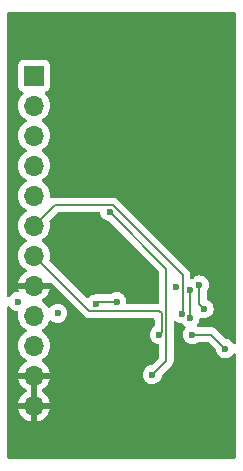
<source format=gbr>
%TF.GenerationSoftware,KiCad,Pcbnew,8.0.4*%
%TF.CreationDate,2024-10-29T17:12:26-05:00*%
%TF.ProjectId,smd_breadboard,736d645f-6272-4656-9164-626f6172642e,rev?*%
%TF.SameCoordinates,Original*%
%TF.FileFunction,Copper,L2,Bot*%
%TF.FilePolarity,Positive*%
%FSLAX46Y46*%
G04 Gerber Fmt 4.6, Leading zero omitted, Abs format (unit mm)*
G04 Created by KiCad (PCBNEW 8.0.4) date 2024-10-29 17:12:26*
%MOMM*%
%LPD*%
G01*
G04 APERTURE LIST*
%TA.AperFunction,ComponentPad*%
%ADD10R,1.700000X1.700000*%
%TD*%
%TA.AperFunction,ComponentPad*%
%ADD11O,1.700000X1.700000*%
%TD*%
%TA.AperFunction,ViaPad*%
%ADD12C,0.600000*%
%TD*%
%TA.AperFunction,Conductor*%
%ADD13C,0.200000*%
%TD*%
G04 APERTURE END LIST*
D10*
%TO.P,J2,1,Pin_1*%
%TO.N,VDD*%
X154200000Y-38880000D03*
D11*
%TO.P,J2,2,Pin_2*%
%TO.N,SPI_SCLK*%
X154200000Y-41420000D03*
%TO.P,J2,3,Pin_3*%
%TO.N,SPI_MISO*%
X154200000Y-43960000D03*
%TO.P,J2,4,Pin_4*%
%TO.N,SPI_MOSI*%
X154200000Y-46500000D03*
%TO.P,J2,5,Pin_5*%
%TO.N,SPI_NSS*%
X154200000Y-49040000D03*
%TO.P,J2,6,Pin_6*%
%TO.N,GDO0*%
X154200000Y-51580000D03*
%TO.P,J2,7,Pin_7*%
%TO.N,GDO2*%
X154200000Y-54120000D03*
%TO.P,J2,8,Pin_8*%
%TO.N,GND*%
X154200000Y-56660000D03*
%TO.P,J2,9,Pin_9*%
%TO.N,RF_P*%
X154200000Y-59200000D03*
%TO.P,J2,10,Pin_10*%
%TO.N,RF_N*%
X154200000Y-61740000D03*
%TO.P,J2,11,Pin_11*%
%TO.N,GND*%
X154200000Y-64280000D03*
%TO.P,J2,12,Pin_12*%
X154200000Y-66820000D03*
%TD*%
D12*
%TO.N,VDD*%
X152800000Y-58000000D03*
X156200000Y-59000000D03*
%TO.N,GND*%
X157600000Y-48600000D03*
X158000000Y-51000000D03*
%TO.N,VDD*%
X170400000Y-62000000D03*
X167600000Y-60800000D03*
X159400000Y-58200000D03*
X161200000Y-58000000D03*
%TO.N,SPI_SCLK*%
X168600000Y-58600000D03*
X168200000Y-56600000D03*
%TO.N,SPI_MISO*%
X167400000Y-59400000D03*
X167400000Y-57000000D03*
%TO.N,GND*%
X161800000Y-61600000D03*
X161000000Y-60800000D03*
X162600000Y-61600000D03*
X161000000Y-61600000D03*
X161800000Y-60800000D03*
X162600000Y-60800000D03*
X162600000Y-60000000D03*
X161800000Y-60000000D03*
X161000000Y-60000000D03*
%TO.N,GDO0*%
X166677972Y-59020607D03*
%TO.N,SPI_MOSI*%
X160600000Y-50400000D03*
X164200000Y-64200000D03*
%TO.N,GDO2*%
X164805510Y-60805510D03*
%TO.N,GND*%
X160800000Y-63600000D03*
X160000000Y-52800000D03*
X163400000Y-57000000D03*
X166200000Y-56800000D03*
X157400000Y-53400000D03*
X163000000Y-63800000D03*
X167000000Y-61800000D03*
X162600000Y-69600000D03*
X161000000Y-66200000D03*
%TD*%
D13*
%TO.N,VDD*%
X169200000Y-60800000D02*
X170400000Y-62000000D01*
X167600000Y-60800000D02*
X169200000Y-60800000D01*
%TO.N,SPI_SCLK*%
X168200000Y-58200000D02*
X168600000Y-58600000D01*
X168200000Y-56600000D02*
X168200000Y-58200000D01*
%TO.N,VDD*%
X159600000Y-58000000D02*
X159400000Y-58200000D01*
X161200000Y-58000000D02*
X159600000Y-58000000D01*
%TO.N,GDO0*%
X155980000Y-49800000D02*
X154200000Y-51580000D01*
X160848529Y-49800000D02*
X155980000Y-49800000D01*
X166800000Y-55751471D02*
X160848529Y-49800000D01*
X166800000Y-58898579D02*
X166800000Y-55751471D01*
X166677972Y-59020607D02*
X166800000Y-58898579D01*
%TO.N,SPI_MISO*%
X167400000Y-57600000D02*
X167400000Y-57000000D01*
X167400000Y-59400000D02*
X167400000Y-57600000D01*
%TO.N,SPI_MOSI*%
X165405510Y-55205510D02*
X165405510Y-62994490D01*
X165405510Y-62994490D02*
X164200000Y-64200000D01*
X160600000Y-50400000D02*
X165405510Y-55205510D01*
%TO.N,GDO2*%
X158880000Y-58800000D02*
X154200000Y-54120000D01*
X164800000Y-58800000D02*
X158880000Y-58800000D01*
X164805510Y-60805510D02*
X165000000Y-60611020D01*
X165000000Y-59000000D02*
X164800000Y-58800000D01*
X165000000Y-60611020D02*
X165000000Y-59000000D01*
%TD*%
%TA.AperFunction,Conductor*%
%TO.N,GND*%
G36*
X155656442Y-56429685D02*
G01*
X155677084Y-56446319D01*
X158395139Y-59164374D01*
X158395149Y-59164385D01*
X158399479Y-59168715D01*
X158399480Y-59168716D01*
X158511284Y-59280520D01*
X158511286Y-59280521D01*
X158511290Y-59280524D01*
X158630800Y-59349522D01*
X158648216Y-59359577D01*
X158744470Y-59385368D01*
X158800942Y-59400500D01*
X158800943Y-59400500D01*
X164275500Y-59400500D01*
X164342539Y-59420185D01*
X164388294Y-59472989D01*
X164399500Y-59524500D01*
X164399500Y-60046681D01*
X164379815Y-60113720D01*
X164341474Y-60151674D01*
X164303248Y-60175693D01*
X164175694Y-60303247D01*
X164079721Y-60455986D01*
X164020141Y-60626255D01*
X164020140Y-60626260D01*
X163999945Y-60805506D01*
X163999945Y-60805513D01*
X164020140Y-60984759D01*
X164020141Y-60984764D01*
X164079721Y-61155033D01*
X164154606Y-61274211D01*
X164175694Y-61307772D01*
X164303248Y-61435326D01*
X164393590Y-61492092D01*
X164413474Y-61504586D01*
X164455988Y-61531299D01*
X164626255Y-61590878D01*
X164694894Y-61598611D01*
X164759306Y-61625676D01*
X164798862Y-61683270D01*
X164805010Y-61721831D01*
X164805010Y-62694392D01*
X164785325Y-62761431D01*
X164768691Y-62782073D01*
X164181465Y-63369298D01*
X164120142Y-63402783D01*
X164107668Y-63404837D01*
X164020750Y-63414630D01*
X163850478Y-63474210D01*
X163697737Y-63570184D01*
X163570184Y-63697737D01*
X163474211Y-63850476D01*
X163414631Y-64020745D01*
X163414630Y-64020750D01*
X163394435Y-64199996D01*
X163394435Y-64200003D01*
X163414630Y-64379249D01*
X163414631Y-64379254D01*
X163474211Y-64549523D01*
X163497764Y-64587007D01*
X163570184Y-64702262D01*
X163697738Y-64829816D01*
X163850478Y-64925789D01*
X163941326Y-64957578D01*
X164020745Y-64985368D01*
X164020750Y-64985369D01*
X164199996Y-65005565D01*
X164200000Y-65005565D01*
X164200004Y-65005565D01*
X164379249Y-64985369D01*
X164379252Y-64985368D01*
X164379255Y-64985368D01*
X164549522Y-64925789D01*
X164702262Y-64829816D01*
X164829816Y-64702262D01*
X164925789Y-64549522D01*
X164985368Y-64379255D01*
X164995161Y-64292329D01*
X165022226Y-64227918D01*
X165030690Y-64218544D01*
X165886030Y-63363206D01*
X165965087Y-63226274D01*
X166006011Y-63073547D01*
X166006011Y-62915432D01*
X166006011Y-62907837D01*
X166006010Y-62907819D01*
X166006010Y-59768154D01*
X166025695Y-59701115D01*
X166078499Y-59655360D01*
X166147657Y-59645416D01*
X166195981Y-59663160D01*
X166235997Y-59688304D01*
X166328447Y-59746395D01*
X166498717Y-59805975D01*
X166498722Y-59805976D01*
X166666416Y-59824870D01*
X166730830Y-59851936D01*
X166757525Y-59882116D01*
X166770184Y-59902262D01*
X166897738Y-60029816D01*
X166975107Y-60078430D01*
X167021398Y-60130765D01*
X167032046Y-60199818D01*
X167003671Y-60263667D01*
X166996818Y-60271104D01*
X166970183Y-60297739D01*
X166874211Y-60450476D01*
X166814631Y-60620745D01*
X166814630Y-60620750D01*
X166794435Y-60799996D01*
X166794435Y-60800003D01*
X166814630Y-60979249D01*
X166814631Y-60979254D01*
X166874211Y-61149523D01*
X166915121Y-61214630D01*
X166970184Y-61302262D01*
X167097738Y-61429816D01*
X167188080Y-61486582D01*
X167216749Y-61504596D01*
X167250478Y-61525789D01*
X167266225Y-61531299D01*
X167420745Y-61585368D01*
X167420750Y-61585369D01*
X167599996Y-61605565D01*
X167600000Y-61605565D01*
X167600004Y-61605565D01*
X167779249Y-61585369D01*
X167779252Y-61585368D01*
X167779255Y-61585368D01*
X167949522Y-61525789D01*
X168102262Y-61429816D01*
X168102267Y-61429810D01*
X168105097Y-61427555D01*
X168107275Y-61426665D01*
X168108158Y-61426111D01*
X168108255Y-61426265D01*
X168169783Y-61401145D01*
X168182412Y-61400500D01*
X168899903Y-61400500D01*
X168966942Y-61420185D01*
X168987584Y-61436819D01*
X169569298Y-62018533D01*
X169602783Y-62079856D01*
X169604837Y-62092330D01*
X169614630Y-62179249D01*
X169674210Y-62349521D01*
X169700407Y-62391213D01*
X169770184Y-62502262D01*
X169897738Y-62629816D01*
X170050478Y-62725789D01*
X170107535Y-62745754D01*
X170220745Y-62785368D01*
X170220750Y-62785369D01*
X170399996Y-62805565D01*
X170400000Y-62805565D01*
X170400004Y-62805565D01*
X170579249Y-62785369D01*
X170579252Y-62785368D01*
X170579255Y-62785368D01*
X170749522Y-62725789D01*
X170902262Y-62629816D01*
X171029816Y-62502262D01*
X171070506Y-62437503D01*
X171122841Y-62391213D01*
X171191894Y-62380565D01*
X171255743Y-62408940D01*
X171294115Y-62467330D01*
X171299500Y-62503476D01*
X171299500Y-71175500D01*
X171279815Y-71242539D01*
X171227011Y-71288294D01*
X171175500Y-71299500D01*
X152024500Y-71299500D01*
X151957461Y-71279815D01*
X151911706Y-71227011D01*
X151900500Y-71175500D01*
X151900500Y-58503476D01*
X151920185Y-58436437D01*
X151972989Y-58390682D01*
X152042147Y-58380738D01*
X152105703Y-58409763D01*
X152129493Y-58437503D01*
X152170184Y-58502262D01*
X152297738Y-58629816D01*
X152450478Y-58725789D01*
X152603258Y-58779249D01*
X152620745Y-58785368D01*
X152620750Y-58785369D01*
X152761211Y-58801195D01*
X152825625Y-58828261D01*
X152865180Y-58885856D01*
X152867318Y-58955693D01*
X152867103Y-58956507D01*
X152864939Y-58964583D01*
X152864936Y-58964596D01*
X152844341Y-59199999D01*
X152844341Y-59200000D01*
X152864936Y-59435403D01*
X152864938Y-59435413D01*
X152926094Y-59663655D01*
X152926096Y-59663659D01*
X152926097Y-59663663D01*
X153013890Y-59851936D01*
X153025965Y-59877830D01*
X153025967Y-59877834D01*
X153161501Y-60071395D01*
X153161506Y-60071402D01*
X153328597Y-60238493D01*
X153328603Y-60238498D01*
X153514158Y-60368425D01*
X153557783Y-60423002D01*
X153564977Y-60492500D01*
X153533454Y-60554855D01*
X153514158Y-60571575D01*
X153328597Y-60701505D01*
X153161505Y-60868597D01*
X153025965Y-61062169D01*
X153025964Y-61062171D01*
X152926098Y-61276335D01*
X152926094Y-61276344D01*
X152864938Y-61504586D01*
X152864936Y-61504596D01*
X152844341Y-61739999D01*
X152844341Y-61740000D01*
X152864936Y-61975403D01*
X152864938Y-61975413D01*
X152926094Y-62203655D01*
X152926096Y-62203659D01*
X152926097Y-62203663D01*
X153008588Y-62380565D01*
X153025965Y-62417830D01*
X153025967Y-62417834D01*
X153161501Y-62611395D01*
X153161506Y-62611402D01*
X153328597Y-62778493D01*
X153328603Y-62778498D01*
X153338416Y-62785369D01*
X153513318Y-62907837D01*
X153514594Y-62908730D01*
X153558219Y-62963307D01*
X153565413Y-63032805D01*
X153533890Y-63095160D01*
X153514595Y-63111880D01*
X153328922Y-63241890D01*
X153328920Y-63241891D01*
X153161891Y-63408920D01*
X153161886Y-63408926D01*
X153026400Y-63602420D01*
X153026399Y-63602422D01*
X152926570Y-63816507D01*
X152926567Y-63816513D01*
X152869364Y-64029999D01*
X152869364Y-64030000D01*
X153766988Y-64030000D01*
X153734075Y-64087007D01*
X153700000Y-64214174D01*
X153700000Y-64345826D01*
X153734075Y-64472993D01*
X153766988Y-64530000D01*
X152869364Y-64530000D01*
X152926567Y-64743486D01*
X152926570Y-64743492D01*
X153026399Y-64957578D01*
X153161894Y-65151082D01*
X153328917Y-65318105D01*
X153515031Y-65448425D01*
X153558656Y-65503003D01*
X153565848Y-65572501D01*
X153534326Y-65634856D01*
X153515031Y-65651575D01*
X153328922Y-65781890D01*
X153328920Y-65781891D01*
X153161891Y-65948920D01*
X153161886Y-65948926D01*
X153026400Y-66142420D01*
X153026399Y-66142422D01*
X152926570Y-66356507D01*
X152926567Y-66356513D01*
X152869364Y-66569999D01*
X152869364Y-66570000D01*
X153766988Y-66570000D01*
X153734075Y-66627007D01*
X153700000Y-66754174D01*
X153700000Y-66885826D01*
X153734075Y-67012993D01*
X153766988Y-67070000D01*
X152869364Y-67070000D01*
X152926567Y-67283486D01*
X152926570Y-67283492D01*
X153026399Y-67497578D01*
X153161894Y-67691082D01*
X153328917Y-67858105D01*
X153522421Y-67993600D01*
X153736507Y-68093429D01*
X153736516Y-68093433D01*
X153950000Y-68150634D01*
X153950000Y-67253012D01*
X154007007Y-67285925D01*
X154134174Y-67320000D01*
X154265826Y-67320000D01*
X154392993Y-67285925D01*
X154450000Y-67253012D01*
X154450000Y-68150633D01*
X154663483Y-68093433D01*
X154663492Y-68093429D01*
X154877578Y-67993600D01*
X155071082Y-67858105D01*
X155238105Y-67691082D01*
X155373600Y-67497578D01*
X155473429Y-67283492D01*
X155473432Y-67283486D01*
X155530636Y-67070000D01*
X154633012Y-67070000D01*
X154665925Y-67012993D01*
X154700000Y-66885826D01*
X154700000Y-66754174D01*
X154665925Y-66627007D01*
X154633012Y-66570000D01*
X155530636Y-66570000D01*
X155530635Y-66569999D01*
X155473432Y-66356513D01*
X155473429Y-66356507D01*
X155373600Y-66142422D01*
X155373599Y-66142420D01*
X155238113Y-65948926D01*
X155238108Y-65948920D01*
X155071082Y-65781894D01*
X154884968Y-65651575D01*
X154841344Y-65596998D01*
X154834151Y-65527499D01*
X154865673Y-65465145D01*
X154884968Y-65448425D01*
X155071082Y-65318105D01*
X155238105Y-65151082D01*
X155373600Y-64957578D01*
X155473429Y-64743492D01*
X155473432Y-64743486D01*
X155530636Y-64530000D01*
X154633012Y-64530000D01*
X154665925Y-64472993D01*
X154700000Y-64345826D01*
X154700000Y-64214174D01*
X154665925Y-64087007D01*
X154633012Y-64030000D01*
X155530636Y-64030000D01*
X155530635Y-64029999D01*
X155473432Y-63816513D01*
X155473429Y-63816507D01*
X155373600Y-63602422D01*
X155373599Y-63602420D01*
X155238113Y-63408926D01*
X155238108Y-63408920D01*
X155071078Y-63241890D01*
X154885405Y-63111879D01*
X154841780Y-63057302D01*
X154834588Y-62987804D01*
X154866110Y-62925449D01*
X154885406Y-62908730D01*
X155071401Y-62778495D01*
X155238495Y-62611401D01*
X155374035Y-62417830D01*
X155473903Y-62203663D01*
X155535063Y-61975408D01*
X155555659Y-61740000D01*
X155535063Y-61504592D01*
X155482326Y-61307772D01*
X155473905Y-61276344D01*
X155473904Y-61276343D01*
X155473903Y-61276337D01*
X155374035Y-61062171D01*
X155319835Y-60984764D01*
X155238494Y-60868597D01*
X155071402Y-60701506D01*
X155071396Y-60701501D01*
X154885842Y-60571575D01*
X154842217Y-60516998D01*
X154835023Y-60447500D01*
X154866546Y-60385145D01*
X154885842Y-60368425D01*
X154955741Y-60319481D01*
X155071401Y-60238495D01*
X155238495Y-60071401D01*
X155374035Y-59877830D01*
X155473903Y-59663663D01*
X155473907Y-59663646D01*
X155475757Y-59658569D01*
X155477968Y-59659373D01*
X155509117Y-59608248D01*
X155571957Y-59577706D01*
X155641335Y-59585987D01*
X155680226Y-59612304D01*
X155697738Y-59629816D01*
X155751605Y-59663663D01*
X155811209Y-59701115D01*
X155850478Y-59725789D01*
X155918306Y-59749523D01*
X156020745Y-59785368D01*
X156020750Y-59785369D01*
X156199996Y-59805565D01*
X156200000Y-59805565D01*
X156200004Y-59805565D01*
X156379249Y-59785369D01*
X156379252Y-59785368D01*
X156379255Y-59785368D01*
X156549522Y-59725789D01*
X156702262Y-59629816D01*
X156829816Y-59502262D01*
X156925789Y-59349522D01*
X156985368Y-59179255D01*
X156985369Y-59179249D01*
X157005565Y-59000003D01*
X157005565Y-58999996D01*
X156985369Y-58820750D01*
X156985368Y-58820745D01*
X156952141Y-58725788D01*
X156925789Y-58650478D01*
X156829816Y-58497738D01*
X156702262Y-58370184D01*
X156636077Y-58328597D01*
X156549523Y-58274211D01*
X156379254Y-58214631D01*
X156379249Y-58214630D01*
X156200004Y-58194435D01*
X156199996Y-58194435D01*
X156020750Y-58214630D01*
X156020745Y-58214631D01*
X155850476Y-58274211D01*
X155697737Y-58370184D01*
X155570184Y-58497737D01*
X155570180Y-58497742D01*
X155568719Y-58500068D01*
X155567385Y-58501247D01*
X155565841Y-58503184D01*
X155565501Y-58502913D01*
X155516380Y-58546353D01*
X155447325Y-58556995D01*
X155383480Y-58528613D01*
X155362157Y-58505208D01*
X155360944Y-58503476D01*
X155267613Y-58370184D01*
X155238494Y-58328597D01*
X155071402Y-58161506D01*
X155071401Y-58161505D01*
X154885405Y-58031269D01*
X154841781Y-57976692D01*
X154834588Y-57907193D01*
X154866110Y-57844839D01*
X154885405Y-57828119D01*
X155071082Y-57698105D01*
X155238105Y-57531082D01*
X155373600Y-57337578D01*
X155473429Y-57123492D01*
X155473432Y-57123486D01*
X155530636Y-56910000D01*
X154633012Y-56910000D01*
X154665925Y-56852993D01*
X154700000Y-56725826D01*
X154700000Y-56594174D01*
X154665925Y-56467007D01*
X154633012Y-56410000D01*
X155589403Y-56410000D01*
X155656442Y-56429685D01*
G37*
%TD.AperFunction*%
%TA.AperFunction,Conductor*%
G36*
X154450000Y-66386988D02*
G01*
X154392993Y-66354075D01*
X154265826Y-66320000D01*
X154134174Y-66320000D01*
X154007007Y-66354075D01*
X153950000Y-66386988D01*
X153950000Y-64713012D01*
X154007007Y-64745925D01*
X154134174Y-64780000D01*
X154265826Y-64780000D01*
X154392993Y-64745925D01*
X154450000Y-64713012D01*
X154450000Y-66386988D01*
G37*
%TD.AperFunction*%
%TA.AperFunction,Conductor*%
G36*
X171242539Y-33520185D02*
G01*
X171288294Y-33572989D01*
X171299500Y-33624500D01*
X171299500Y-61496523D01*
X171279815Y-61563562D01*
X171227011Y-61609317D01*
X171157853Y-61619261D01*
X171094297Y-61590236D01*
X171070507Y-61562496D01*
X171029817Y-61497739D01*
X170902262Y-61370184D01*
X170749521Y-61274210D01*
X170579249Y-61214630D01*
X170492330Y-61204837D01*
X170427916Y-61177770D01*
X170418533Y-61169298D01*
X169687590Y-60438355D01*
X169687588Y-60438352D01*
X169568717Y-60319481D01*
X169568709Y-60319475D01*
X169466936Y-60260717D01*
X169466934Y-60260716D01*
X169431790Y-60240425D01*
X169431789Y-60240424D01*
X169419263Y-60237067D01*
X169279057Y-60199499D01*
X169120943Y-60199499D01*
X169113347Y-60199499D01*
X169113331Y-60199500D01*
X168182412Y-60199500D01*
X168115373Y-60179815D01*
X168105097Y-60172445D01*
X168102263Y-60170185D01*
X168102262Y-60170184D01*
X168024892Y-60121569D01*
X167978601Y-60069234D01*
X167967953Y-60000180D01*
X167996328Y-59936332D01*
X168003160Y-59928917D01*
X168029816Y-59902262D01*
X168125789Y-59749522D01*
X168185368Y-59579255D01*
X168185543Y-59577706D01*
X168197904Y-59467998D01*
X168224970Y-59403584D01*
X168282565Y-59364029D01*
X168352402Y-59361891D01*
X168362074Y-59364838D01*
X168375793Y-59369638D01*
X168420740Y-59385367D01*
X168420750Y-59385369D01*
X168599996Y-59405565D01*
X168600000Y-59405565D01*
X168600004Y-59405565D01*
X168779249Y-59385369D01*
X168779252Y-59385368D01*
X168779255Y-59385368D01*
X168949522Y-59325789D01*
X169102262Y-59229816D01*
X169229816Y-59102262D01*
X169325789Y-58949522D01*
X169385368Y-58779255D01*
X169391392Y-58725789D01*
X169405565Y-58600003D01*
X169405565Y-58599996D01*
X169385369Y-58420750D01*
X169385368Y-58420745D01*
X169374887Y-58390791D01*
X169325789Y-58250478D01*
X169303265Y-58214632D01*
X169269884Y-58161506D01*
X169229816Y-58097738D01*
X169102262Y-57970184D01*
X169032098Y-57926097D01*
X168949524Y-57874212D01*
X168949523Y-57874211D01*
X168883544Y-57851124D01*
X168826769Y-57810402D01*
X168801022Y-57745449D01*
X168800500Y-57734083D01*
X168800500Y-57182412D01*
X168820185Y-57115373D01*
X168827555Y-57105097D01*
X168829810Y-57102267D01*
X168829816Y-57102262D01*
X168925789Y-56949522D01*
X168985368Y-56779255D01*
X169005565Y-56600000D01*
X168990580Y-56467007D01*
X168985369Y-56420750D01*
X168985368Y-56420745D01*
X168981608Y-56409999D01*
X168925789Y-56250478D01*
X168829816Y-56097738D01*
X168702262Y-55970184D01*
X168698882Y-55968060D01*
X168549523Y-55874211D01*
X168379254Y-55814631D01*
X168379249Y-55814630D01*
X168200004Y-55794435D01*
X168199996Y-55794435D01*
X168020750Y-55814630D01*
X168020745Y-55814631D01*
X167850476Y-55874211D01*
X167697737Y-55970184D01*
X167612181Y-56055741D01*
X167550858Y-56089226D01*
X167481166Y-56084242D01*
X167425233Y-56042370D01*
X167400816Y-55976906D01*
X167400500Y-55968060D01*
X167400500Y-55840530D01*
X167400501Y-55840517D01*
X167400501Y-55672416D01*
X167400501Y-55672414D01*
X167359577Y-55519686D01*
X167330639Y-55469566D01*
X167280520Y-55382755D01*
X167168716Y-55270951D01*
X167168715Y-55270950D01*
X167164385Y-55266620D01*
X167164374Y-55266610D01*
X161336119Y-49438355D01*
X161336117Y-49438352D01*
X161217246Y-49319481D01*
X161217245Y-49319480D01*
X161130433Y-49269360D01*
X161130433Y-49269359D01*
X161130429Y-49269358D01*
X161080314Y-49240423D01*
X160927586Y-49199499D01*
X160769472Y-49199499D01*
X160761876Y-49199499D01*
X160761860Y-49199500D01*
X156059057Y-49199500D01*
X155900943Y-49199500D01*
X155748215Y-49240423D01*
X155748214Y-49240423D01*
X155748212Y-49240424D01*
X155748209Y-49240425D01*
X155733234Y-49249071D01*
X155665334Y-49265542D01*
X155599307Y-49242689D01*
X155556118Y-49187767D01*
X155547708Y-49130875D01*
X155555659Y-49040000D01*
X155555659Y-49039999D01*
X155535063Y-48804596D01*
X155535063Y-48804592D01*
X155473903Y-48576337D01*
X155374035Y-48362171D01*
X155238495Y-48168599D01*
X155238494Y-48168597D01*
X155071402Y-48001506D01*
X155071396Y-48001501D01*
X154885842Y-47871575D01*
X154842217Y-47816998D01*
X154835023Y-47747500D01*
X154866546Y-47685145D01*
X154885842Y-47668425D01*
X154908026Y-47652891D01*
X155071401Y-47538495D01*
X155238495Y-47371401D01*
X155374035Y-47177830D01*
X155473903Y-46963663D01*
X155535063Y-46735408D01*
X155555659Y-46500000D01*
X155535063Y-46264592D01*
X155473903Y-46036337D01*
X155374035Y-45822171D01*
X155238495Y-45628599D01*
X155238494Y-45628597D01*
X155071402Y-45461506D01*
X155071396Y-45461501D01*
X154885842Y-45331575D01*
X154842217Y-45276998D01*
X154835023Y-45207500D01*
X154866546Y-45145145D01*
X154885842Y-45128425D01*
X154908026Y-45112891D01*
X155071401Y-44998495D01*
X155238495Y-44831401D01*
X155374035Y-44637830D01*
X155473903Y-44423663D01*
X155535063Y-44195408D01*
X155555659Y-43960000D01*
X155535063Y-43724592D01*
X155473903Y-43496337D01*
X155374035Y-43282171D01*
X155238495Y-43088599D01*
X155238494Y-43088597D01*
X155071402Y-42921506D01*
X155071396Y-42921501D01*
X154885842Y-42791575D01*
X154842217Y-42736998D01*
X154835023Y-42667500D01*
X154866546Y-42605145D01*
X154885842Y-42588425D01*
X154908026Y-42572891D01*
X155071401Y-42458495D01*
X155238495Y-42291401D01*
X155374035Y-42097830D01*
X155473903Y-41883663D01*
X155535063Y-41655408D01*
X155555659Y-41420000D01*
X155535063Y-41184592D01*
X155473903Y-40956337D01*
X155374035Y-40742171D01*
X155238495Y-40548599D01*
X155116567Y-40426671D01*
X155083084Y-40365351D01*
X155088068Y-40295659D01*
X155129939Y-40239725D01*
X155160915Y-40222810D01*
X155292331Y-40173796D01*
X155407546Y-40087546D01*
X155493796Y-39972331D01*
X155544091Y-39837483D01*
X155550500Y-39777873D01*
X155550499Y-37982128D01*
X155544091Y-37922517D01*
X155493796Y-37787669D01*
X155493795Y-37787668D01*
X155493793Y-37787664D01*
X155407547Y-37672455D01*
X155407544Y-37672452D01*
X155292335Y-37586206D01*
X155292328Y-37586202D01*
X155157482Y-37535908D01*
X155157483Y-37535908D01*
X155097883Y-37529501D01*
X155097881Y-37529500D01*
X155097873Y-37529500D01*
X155097864Y-37529500D01*
X153302129Y-37529500D01*
X153302123Y-37529501D01*
X153242516Y-37535908D01*
X153107671Y-37586202D01*
X153107664Y-37586206D01*
X152992455Y-37672452D01*
X152992452Y-37672455D01*
X152906206Y-37787664D01*
X152906202Y-37787671D01*
X152855908Y-37922517D01*
X152849501Y-37982116D01*
X152849501Y-37982123D01*
X152849500Y-37982135D01*
X152849500Y-39777870D01*
X152849501Y-39777876D01*
X152855908Y-39837483D01*
X152906202Y-39972328D01*
X152906206Y-39972335D01*
X152992452Y-40087544D01*
X152992455Y-40087547D01*
X153107664Y-40173793D01*
X153107671Y-40173797D01*
X153239081Y-40222810D01*
X153295015Y-40264681D01*
X153319432Y-40330145D01*
X153304580Y-40398418D01*
X153283430Y-40426673D01*
X153161503Y-40548600D01*
X153025965Y-40742169D01*
X153025964Y-40742171D01*
X152926098Y-40956335D01*
X152926094Y-40956344D01*
X152864938Y-41184586D01*
X152864936Y-41184596D01*
X152844341Y-41419999D01*
X152844341Y-41420000D01*
X152864936Y-41655403D01*
X152864938Y-41655413D01*
X152926094Y-41883655D01*
X152926096Y-41883659D01*
X152926097Y-41883663D01*
X153025965Y-42097830D01*
X153025967Y-42097834D01*
X153161501Y-42291395D01*
X153161506Y-42291402D01*
X153328597Y-42458493D01*
X153328603Y-42458498D01*
X153514158Y-42588425D01*
X153557783Y-42643002D01*
X153564977Y-42712500D01*
X153533454Y-42774855D01*
X153514158Y-42791575D01*
X153328597Y-42921505D01*
X153161505Y-43088597D01*
X153025965Y-43282169D01*
X153025964Y-43282171D01*
X152926098Y-43496335D01*
X152926094Y-43496344D01*
X152864938Y-43724586D01*
X152864936Y-43724596D01*
X152844341Y-43959999D01*
X152844341Y-43960000D01*
X152864936Y-44195403D01*
X152864938Y-44195413D01*
X152926094Y-44423655D01*
X152926096Y-44423659D01*
X152926097Y-44423663D01*
X153025965Y-44637830D01*
X153025967Y-44637834D01*
X153161501Y-44831395D01*
X153161506Y-44831402D01*
X153328597Y-44998493D01*
X153328603Y-44998498D01*
X153514158Y-45128425D01*
X153557783Y-45183002D01*
X153564977Y-45252500D01*
X153533454Y-45314855D01*
X153514158Y-45331575D01*
X153328597Y-45461505D01*
X153161505Y-45628597D01*
X153025965Y-45822169D01*
X153025964Y-45822171D01*
X152926098Y-46036335D01*
X152926094Y-46036344D01*
X152864938Y-46264586D01*
X152864936Y-46264596D01*
X152844341Y-46499999D01*
X152844341Y-46500000D01*
X152864936Y-46735403D01*
X152864938Y-46735413D01*
X152926094Y-46963655D01*
X152926096Y-46963659D01*
X152926097Y-46963663D01*
X153025965Y-47177830D01*
X153025967Y-47177834D01*
X153161501Y-47371395D01*
X153161506Y-47371402D01*
X153328597Y-47538493D01*
X153328603Y-47538498D01*
X153514158Y-47668425D01*
X153557783Y-47723002D01*
X153564977Y-47792500D01*
X153533454Y-47854855D01*
X153514158Y-47871575D01*
X153328597Y-48001505D01*
X153161505Y-48168597D01*
X153025965Y-48362169D01*
X153025964Y-48362171D01*
X152926098Y-48576335D01*
X152926094Y-48576344D01*
X152864938Y-48804586D01*
X152864936Y-48804596D01*
X152844341Y-49039999D01*
X152844341Y-49040000D01*
X152864936Y-49275403D01*
X152864938Y-49275413D01*
X152926094Y-49503655D01*
X152926096Y-49503659D01*
X152926097Y-49503663D01*
X153025965Y-49717830D01*
X153025967Y-49717834D01*
X153161501Y-49911395D01*
X153161506Y-49911402D01*
X153328597Y-50078493D01*
X153328603Y-50078498D01*
X153514158Y-50208425D01*
X153557783Y-50263002D01*
X153564977Y-50332500D01*
X153533454Y-50394855D01*
X153514158Y-50411575D01*
X153328597Y-50541505D01*
X153161505Y-50708597D01*
X153025965Y-50902169D01*
X153025964Y-50902171D01*
X152926098Y-51116335D01*
X152926094Y-51116344D01*
X152864938Y-51344586D01*
X152864936Y-51344596D01*
X152844341Y-51579999D01*
X152844341Y-51580000D01*
X152864936Y-51815403D01*
X152864938Y-51815413D01*
X152926094Y-52043655D01*
X152926096Y-52043659D01*
X152926097Y-52043663D01*
X153025965Y-52257830D01*
X153025967Y-52257834D01*
X153161501Y-52451395D01*
X153161506Y-52451402D01*
X153328597Y-52618493D01*
X153328603Y-52618498D01*
X153514158Y-52748425D01*
X153557783Y-52803002D01*
X153564977Y-52872500D01*
X153533454Y-52934855D01*
X153514158Y-52951575D01*
X153328597Y-53081505D01*
X153161505Y-53248597D01*
X153025965Y-53442169D01*
X153025964Y-53442171D01*
X152926098Y-53656335D01*
X152926094Y-53656344D01*
X152864938Y-53884586D01*
X152864936Y-53884596D01*
X152844341Y-54119999D01*
X152844341Y-54120000D01*
X152864936Y-54355403D01*
X152864938Y-54355413D01*
X152926094Y-54583655D01*
X152926096Y-54583659D01*
X152926097Y-54583663D01*
X152935362Y-54603531D01*
X153025965Y-54797830D01*
X153025967Y-54797834D01*
X153134281Y-54952521D01*
X153161505Y-54991401D01*
X153328599Y-55158495D01*
X153483017Y-55266620D01*
X153514594Y-55288730D01*
X153558219Y-55343307D01*
X153565413Y-55412805D01*
X153533890Y-55475160D01*
X153514595Y-55491880D01*
X153328922Y-55621890D01*
X153328920Y-55621891D01*
X153161891Y-55788920D01*
X153161886Y-55788926D01*
X153026400Y-55982420D01*
X153026399Y-55982422D01*
X152926570Y-56196507D01*
X152926567Y-56196513D01*
X152869364Y-56409999D01*
X152869364Y-56410000D01*
X153766988Y-56410000D01*
X153734075Y-56467007D01*
X153700000Y-56594174D01*
X153700000Y-56725826D01*
X153734075Y-56852993D01*
X153766988Y-56910000D01*
X152869364Y-56910000D01*
X152904018Y-57039331D01*
X152902355Y-57109181D01*
X152863193Y-57167044D01*
X152798964Y-57194548D01*
X152798127Y-57194645D01*
X152620749Y-57214630D01*
X152620745Y-57214631D01*
X152450476Y-57274211D01*
X152297737Y-57370184D01*
X152170182Y-57497739D01*
X152129493Y-57562496D01*
X152077158Y-57608787D01*
X152008105Y-57619434D01*
X151944257Y-57591059D01*
X151905885Y-57532669D01*
X151900500Y-57496523D01*
X151900500Y-33624500D01*
X151920185Y-33557461D01*
X151972989Y-33511706D01*
X152024500Y-33500500D01*
X171175500Y-33500500D01*
X171242539Y-33520185D01*
G37*
%TD.AperFunction*%
%TA.AperFunction,Conductor*%
G36*
X159750717Y-50420185D02*
G01*
X159796472Y-50472989D01*
X159806898Y-50510617D01*
X159814630Y-50579249D01*
X159874210Y-50749521D01*
X159874211Y-50749522D01*
X159970184Y-50902262D01*
X160097738Y-51029816D01*
X160250478Y-51125789D01*
X160420745Y-51185368D01*
X160507669Y-51195161D01*
X160572080Y-51222226D01*
X160581465Y-51230700D01*
X164768691Y-55417926D01*
X164802176Y-55479249D01*
X164805010Y-55505607D01*
X164805010Y-58075500D01*
X164785325Y-58142539D01*
X164732521Y-58188294D01*
X164681010Y-58199500D01*
X162121843Y-58199500D01*
X162054804Y-58179815D01*
X162009049Y-58127011D01*
X161998623Y-58061617D01*
X162005565Y-58000003D01*
X162005565Y-57999996D01*
X161985369Y-57820750D01*
X161985368Y-57820745D01*
X161955044Y-57734083D01*
X161925789Y-57650478D01*
X161829816Y-57497738D01*
X161702262Y-57370184D01*
X161650370Y-57337578D01*
X161549523Y-57274211D01*
X161379254Y-57214631D01*
X161379249Y-57214630D01*
X161200004Y-57194435D01*
X161199996Y-57194435D01*
X161020750Y-57214630D01*
X161020745Y-57214631D01*
X160850476Y-57274211D01*
X160697736Y-57370185D01*
X160694903Y-57372445D01*
X160692724Y-57373334D01*
X160691842Y-57373889D01*
X160691744Y-57373734D01*
X160630217Y-57398855D01*
X160617588Y-57399500D01*
X159686670Y-57399500D01*
X159686654Y-57399499D01*
X159679058Y-57399499D01*
X159520943Y-57399499D01*
X159520941Y-57399499D01*
X159512887Y-57400560D01*
X159512823Y-57400076D01*
X159475130Y-57402900D01*
X159400003Y-57394435D01*
X159399996Y-57394435D01*
X159220750Y-57414630D01*
X159220745Y-57414631D01*
X159050476Y-57474211D01*
X158897739Y-57570183D01*
X158786259Y-57681663D01*
X158724936Y-57715147D01*
X158655244Y-57710163D01*
X158610897Y-57681662D01*
X155532766Y-54603531D01*
X155499281Y-54542208D01*
X155500672Y-54483757D01*
X155501863Y-54479309D01*
X155535063Y-54355408D01*
X155555659Y-54120000D01*
X155535063Y-53884592D01*
X155473903Y-53656337D01*
X155374035Y-53442171D01*
X155238495Y-53248599D01*
X155238494Y-53248597D01*
X155071402Y-53081506D01*
X155071396Y-53081501D01*
X154885842Y-52951575D01*
X154842217Y-52896998D01*
X154835023Y-52827500D01*
X154866546Y-52765145D01*
X154885842Y-52748425D01*
X154908026Y-52732891D01*
X155071401Y-52618495D01*
X155238495Y-52451401D01*
X155374035Y-52257830D01*
X155473903Y-52043663D01*
X155535063Y-51815408D01*
X155555659Y-51580000D01*
X155535063Y-51344592D01*
X155500671Y-51216239D01*
X155502334Y-51146393D01*
X155532763Y-51096470D01*
X156192416Y-50436819D01*
X156253739Y-50403334D01*
X156280097Y-50400500D01*
X159683678Y-50400500D01*
X159750717Y-50420185D01*
G37*
%TD.AperFunction*%
%TD*%
M02*

</source>
